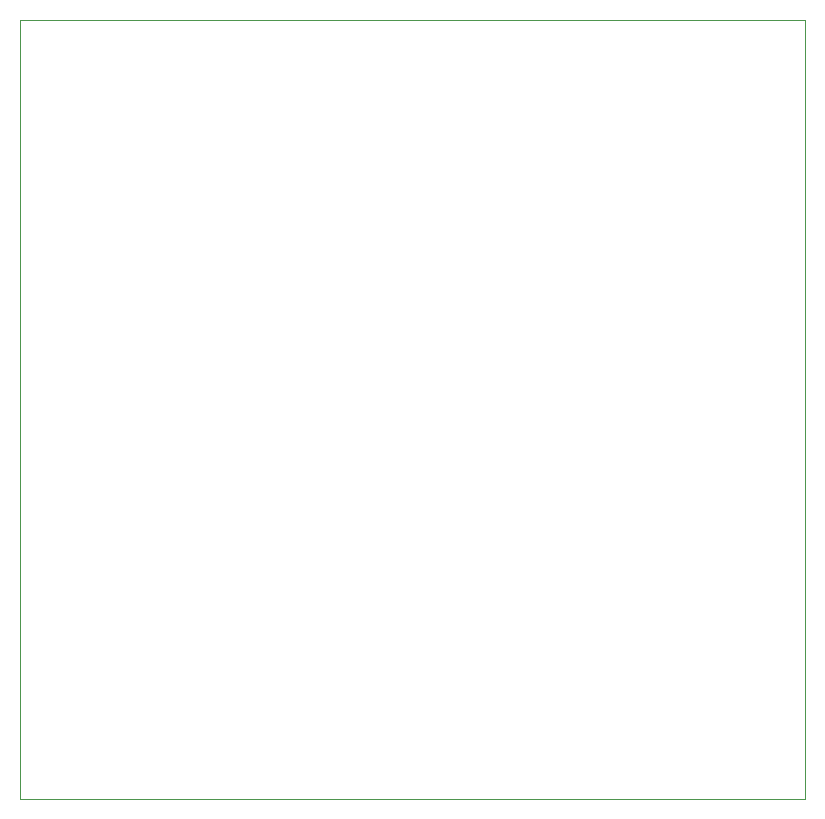
<source format=gm1>
G04 #@! TF.GenerationSoftware,KiCad,Pcbnew,8.0.2-8.0.2-0~ubuntu22.04.1*
G04 #@! TF.CreationDate,2024-05-20T15:25:23+07:00*
G04 #@! TF.ProjectId,PCB_design,5043425f-6465-4736-9967-6e2e6b696361,rev?*
G04 #@! TF.SameCoordinates,Original*
G04 #@! TF.FileFunction,Profile,NP*
%FSLAX46Y46*%
G04 Gerber Fmt 4.6, Leading zero omitted, Abs format (unit mm)*
G04 Created by KiCad (PCBNEW 8.0.2-8.0.2-0~ubuntu22.04.1) date 2024-05-20 15:25:23*
%MOMM*%
%LPD*%
G01*
G04 APERTURE LIST*
G04 #@! TA.AperFunction,Profile*
%ADD10C,0.050000*%
G04 #@! TD*
G04 APERTURE END LIST*
D10*
X93500000Y-28000000D02*
X160000000Y-28000000D01*
X160000000Y-94000000D01*
X93500000Y-94000000D01*
X93500000Y-28000000D01*
M02*

</source>
